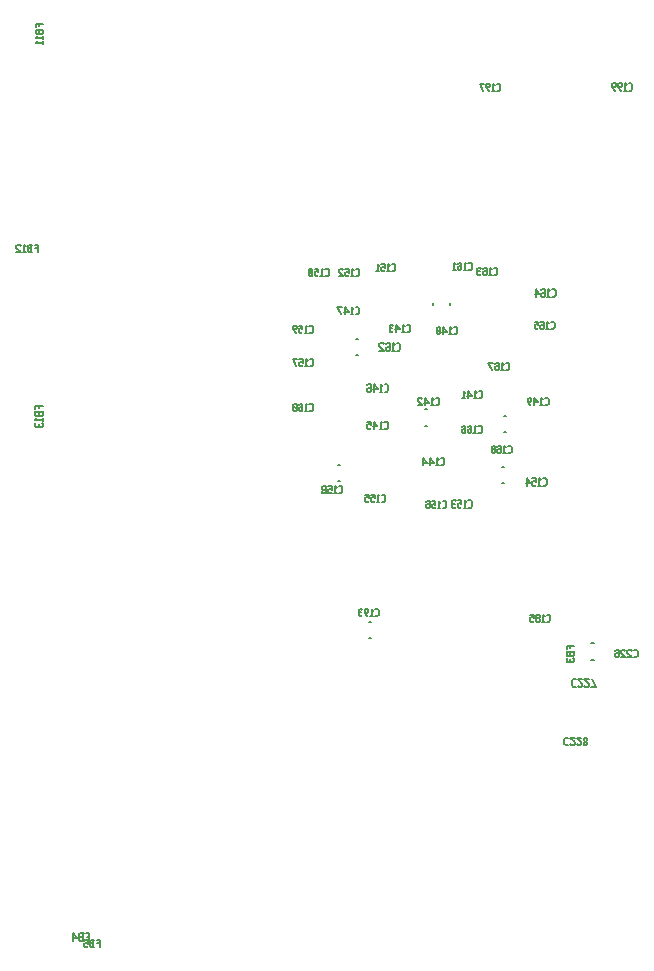
<source format=gbr>
G04 start of page 11 for group -4078 idx -4078 *
G04 Title: (unknown), bottomsilk *
G04 Creator: pcb 20140316 *
G04 CreationDate: Sat 17 May 2014 08:59:42 AM GMT UTC *
G04 For: pmonta *
G04 Format: Gerber/RS-274X *
G04 PCB-Dimensions (mil): 4200.00 3400.00 *
G04 PCB-Coordinate-Origin: lower left *
%MOIN*%
%FSLAX25Y25*%
%LNBOTTOMSILK*%
%ADD204C,0.0050*%
%ADD203C,0.0080*%
G54D203*X219324Y176555D02*X220110D01*
X219324Y171045D02*X220110D01*
X274007Y170445D02*X274793D01*
X274007Y175955D02*X274793D01*
X274633Y187445D02*X275419D01*
X274633Y192955D02*X275419D01*
X256755Y230519D02*Y229733D01*
X251245Y230519D02*Y229733D01*
X225324Y218555D02*X226110D01*
X225324Y213045D02*X226110D01*
X248333Y189645D02*X249119D01*
X248333Y195155D02*X249119D01*
X229807Y118745D02*X230593D01*
X229807Y124255D02*X230593D01*
X303907Y111645D02*X304693D01*
X303907Y117155D02*X304693D01*
G54D204*X118600Y196300D02*X121000D01*
X118600Y195100D02*Y196300D01*
X119680Y195400D02*Y196300D01*
X121000Y193180D02*Y194380D01*
Y193180D02*X120700Y192880D01*
X119980D02*X120700D01*
X119680Y193180D02*X119980Y192880D01*
X119680Y193180D02*Y194080D01*
X118600D02*X121000D01*
X118600Y193180D02*Y194380D01*
Y193180D02*X118900Y192880D01*
X119380D01*
X119680Y193180D02*X119380Y192880D01*
X119080Y192160D02*X118600Y191680D01*
X121000D01*
Y191260D02*Y192160D01*
X118900Y190540D02*X118600Y190240D01*
Y189640D02*Y190240D01*
Y189640D02*X118900Y189340D01*
X121000Y189640D02*X120700Y189340D01*
X121000Y189640D02*Y190240D01*
X120700Y190540D02*X121000Y190240D01*
X119680Y189640D02*Y190240D01*
X118900Y189340D02*X119380D01*
X119980D02*X120700D01*
X119980D02*X119680Y189640D01*
X119380Y189340D02*X119680Y189640D01*
X272400Y301274D02*X273180D01*
X273600Y301694D02*X273180Y301274D01*
X273600Y301694D02*Y303254D01*
X273180Y303674D01*
X272400D02*X273180D01*
X271680Y303194D02*X271200Y303674D01*
Y301274D02*Y303674D01*
X270780Y301274D02*X271680D01*
X269760D02*X268860Y302474D01*
Y303374D01*
X269160Y303674D02*X268860Y303374D01*
X269160Y303674D02*X269760D01*
X270060Y303374D02*X269760Y303674D01*
X270060Y302774D02*Y303374D01*
Y302774D02*X269760Y302474D01*
X268860D02*X269760D01*
X267840Y301274D02*X266640Y303674D01*
X268140D01*
X262928Y241474D02*X263708D01*
X264128Y241894D02*X263708Y241474D01*
X264128Y241894D02*Y243454D01*
X263708Y243874D01*
X262928D02*X263708D01*
X262208Y243394D02*X261728Y243874D01*
Y241474D02*Y243874D01*
X261308Y241474D02*X262208D01*
X259688Y243874D02*X259388Y243574D01*
X259688Y243874D02*X260288D01*
X260588Y243574D02*X260288Y243874D01*
X260588Y241774D02*Y243574D01*
Y241774D02*X260288Y241474D01*
X259688Y242794D02*X259388Y242494D01*
X259688Y242794D02*X260588D01*
X259688Y241474D02*X260288D01*
X259688D02*X259388Y241774D01*
Y242494D01*
X258668Y243394D02*X258188Y243874D01*
Y241474D02*Y243874D01*
X257768Y241474D02*X258668D01*
X118700Y323600D02*X121100D01*
X118700Y322400D02*Y323600D01*
X119780Y322700D02*Y323600D01*
X121100Y320480D02*Y321680D01*
Y320480D02*X120800Y320180D01*
X120080D02*X120800D01*
X119780Y320480D02*X120080Y320180D01*
X119780Y320480D02*Y321380D01*
X118700D02*X121100D01*
X118700Y320480D02*Y321680D01*
Y320480D02*X119000Y320180D01*
X119480D01*
X119780Y320480D02*X119480Y320180D01*
X119180Y319460D02*X118700Y318980D01*
X121100D01*
Y318560D02*Y319460D01*
X119180Y317840D02*X118700Y317360D01*
X121100D01*
Y316940D02*Y317840D01*
X119500Y247500D02*Y249900D01*
X118300D02*X119500D01*
X118600Y248820D02*X119500D01*
X116380Y247500D02*X117580D01*
X116380D02*X116080Y247800D01*
Y248520D01*
X116380Y248820D02*X116080Y248520D01*
X116380Y248820D02*X117280D01*
Y247500D02*Y249900D01*
X116380D02*X117580D01*
X116380D02*X116080Y249600D01*
Y249120D02*Y249600D01*
X116380Y248820D02*X116080Y249120D01*
X115360Y249420D02*X114880Y249900D01*
Y247500D02*Y249900D01*
X114460Y247500D02*X115360D01*
X113740Y249600D02*X113440Y249900D01*
X112540D02*X113440D01*
X112540D02*X112240Y249600D01*
Y249000D02*Y249600D01*
X113740Y247500D02*X112240Y249000D01*
Y247500D02*X113740D01*
X316400Y301352D02*X317180D01*
X317600Y301772D02*X317180Y301352D01*
X317600Y301772D02*Y303332D01*
X317180Y303752D01*
X316400D02*X317180D01*
X315680Y303272D02*X315200Y303752D01*
Y301352D02*Y303752D01*
X314780Y301352D02*X315680D01*
X313760D02*X312860Y302552D01*
Y303452D01*
X313160Y303752D02*X312860Y303452D01*
X313160Y303752D02*X313760D01*
X314060Y303452D02*X313760Y303752D01*
X314060Y302852D02*Y303452D01*
Y302852D02*X313760Y302552D01*
X312860D02*X313760D01*
X311840Y301352D02*X310940Y302552D01*
Y303452D01*
X311240Y303752D02*X310940Y303452D01*
X311240Y303752D02*X311840D01*
X312140Y303452D02*X311840Y303752D01*
X312140Y302852D02*Y303452D01*
Y302852D02*X311840Y302552D01*
X310940D02*X311840D01*
X290486Y221966D02*X291266D01*
X291686Y222386D02*X291266Y221966D01*
X291686Y222386D02*Y223946D01*
X291266Y224366D01*
X290486D02*X291266D01*
X289766Y223886D02*X289286Y224366D01*
Y221966D02*Y224366D01*
X288866Y221966D02*X289766D01*
X287246Y224366D02*X286946Y224066D01*
X287246Y224366D02*X287846D01*
X288146Y224066D02*X287846Y224366D01*
X288146Y222266D02*Y224066D01*
Y222266D02*X287846Y221966D01*
X287246Y223286D02*X286946Y222986D01*
X287246Y223286D02*X288146D01*
X287246Y221966D02*X287846D01*
X287246D02*X286946Y222266D01*
Y222986D01*
X285026Y224366D02*X286226D01*
Y223166D02*Y224366D01*
Y223166D02*X285926Y223466D01*
X285326D02*X285926D01*
X285326D02*X285026Y223166D01*
Y222266D02*Y223166D01*
X285326Y221966D02*X285026Y222266D01*
X285326Y221966D02*X285926D01*
X286226Y222266D02*X285926Y221966D01*
X288490Y196491D02*X289270D01*
X289690Y196911D02*X289270Y196491D01*
X289690Y196911D02*Y198471D01*
X289270Y198891D01*
X288490D02*X289270D01*
X287770Y198411D02*X287290Y198891D01*
Y196491D02*Y198891D01*
X286870Y196491D02*X287770D01*
X286150Y197391D02*X284950Y198891D01*
X284650Y197391D02*X286150D01*
X284950Y196491D02*Y198891D01*
X283630Y196491D02*X282730Y197691D01*
Y198591D01*
X283030Y198891D02*X282730Y198591D01*
X283030Y198891D02*X283630D01*
X283930Y198591D02*X283630Y198891D01*
X283930Y197991D02*Y198591D01*
Y197991D02*X283630Y197691D01*
X282730D02*X283630D01*
X271376Y239820D02*X272156D01*
X272576Y240240D02*X272156Y239820D01*
X272576Y240240D02*Y241800D01*
X272156Y242220D01*
X271376D02*X272156D01*
X270656Y241740D02*X270176Y242220D01*
Y239820D02*Y242220D01*
X269756Y239820D02*X270656D01*
X268136Y242220D02*X267836Y241920D01*
X268136Y242220D02*X268736D01*
X269036Y241920D02*X268736Y242220D01*
X269036Y240120D02*Y241920D01*
Y240120D02*X268736Y239820D01*
X268136Y241140D02*X267836Y240840D01*
X268136Y241140D02*X269036D01*
X268136Y239820D02*X268736D01*
X268136D02*X267836Y240120D01*
Y240840D01*
X267116Y241920D02*X266816Y242220D01*
X266216D02*X266816D01*
X266216D02*X265916Y241920D01*
X266216Y239820D02*X265916Y240120D01*
X266216Y239820D02*X266816D01*
X267116Y240120D02*X266816Y239820D01*
X266216Y241140D02*X266816D01*
X265916Y241440D02*Y241920D01*
Y240120D02*Y240840D01*
X266216Y241140D01*
X265916Y241440D02*X266216Y241140D01*
X290788Y232649D02*X291568D01*
X291988Y233069D02*X291568Y232649D01*
X291988Y233069D02*Y234629D01*
X291568Y235049D01*
X290788D02*X291568D01*
X290068Y234569D02*X289588Y235049D01*
Y232649D02*Y235049D01*
X289168Y232649D02*X290068D01*
X287548Y235049D02*X287248Y234749D01*
X287548Y235049D02*X288148D01*
X288448Y234749D02*X288148Y235049D01*
X288448Y232949D02*Y234749D01*
Y232949D02*X288148Y232649D01*
X287548Y233969D02*X287248Y233669D01*
X287548Y233969D02*X288448D01*
X287548Y232649D02*X288148D01*
X287548D02*X287248Y232949D01*
Y233669D01*
X286528Y233549D02*X285328Y235049D01*
X285028Y233549D02*X286528D01*
X285328Y232649D02*Y235049D01*
X266220Y187220D02*X267000D01*
X267420Y187640D02*X267000Y187220D01*
X267420Y187640D02*Y189200D01*
X267000Y189620D01*
X266220D02*X267000D01*
X265500Y189140D02*X265020Y189620D01*
Y187220D02*Y189620D01*
X264600Y187220D02*X265500D01*
X262980Y189620D02*X262680Y189320D01*
X262980Y189620D02*X263580D01*
X263880Y189320D02*X263580Y189620D01*
X263880Y187520D02*Y189320D01*
Y187520D02*X263580Y187220D01*
X262980Y188540D02*X262680Y188240D01*
X262980Y188540D02*X263880D01*
X262980Y187220D02*X263580D01*
X262980D02*X262680Y187520D01*
Y188240D01*
X261060Y189620D02*X260760Y189320D01*
X261060Y189620D02*X261660D01*
X261960Y189320D02*X261660Y189620D01*
X261960Y187520D02*Y189320D01*
Y187520D02*X261660Y187220D01*
X261060Y188540D02*X260760Y188240D01*
X261060Y188540D02*X261960D01*
X261060Y187220D02*X261660D01*
X261060D02*X260760Y187520D01*
Y188240D01*
X275382Y208076D02*X276162D01*
X276582Y208496D02*X276162Y208076D01*
X276582Y208496D02*Y210056D01*
X276162Y210476D01*
X275382D02*X276162D01*
X274662Y209996D02*X274182Y210476D01*
Y208076D02*Y210476D01*
X273762Y208076D02*X274662D01*
X272142Y210476D02*X271842Y210176D01*
X272142Y210476D02*X272742D01*
X273042Y210176D02*X272742Y210476D01*
X273042Y208376D02*Y210176D01*
Y208376D02*X272742Y208076D01*
X272142Y209396D02*X271842Y209096D01*
X272142Y209396D02*X273042D01*
X272142Y208076D02*X272742D01*
X272142D02*X271842Y208376D01*
Y209096D01*
X270822Y208076D02*X269622Y210476D01*
X271122D01*
X276162Y180599D02*X276942D01*
X277362Y181019D02*X276942Y180599D01*
X277362Y181019D02*Y182579D01*
X276942Y182999D01*
X276162D02*X276942D01*
X275442Y182519D02*X274962Y182999D01*
Y180599D02*Y182999D01*
X274542Y180599D02*X275442D01*
X272922Y182999D02*X272622Y182699D01*
X272922Y182999D02*X273522D01*
X273822Y182699D02*X273522Y182999D01*
X273822Y180899D02*Y182699D01*
Y180899D02*X273522Y180599D01*
X272922Y181919D02*X272622Y181619D01*
X272922Y181919D02*X273822D01*
X272922Y180599D02*X273522D01*
X272922D02*X272622Y180899D01*
Y181619D01*
X271902Y180899D02*X271602Y180599D01*
X271902Y180899D02*Y181379D01*
X271482Y181799D01*
X271122D02*X271482D01*
X271122D02*X270702Y181379D01*
Y180899D02*Y181379D01*
X271002Y180599D02*X270702Y180899D01*
X271002Y180599D02*X271602D01*
X271902Y182219D02*X271482Y181799D01*
X271902Y182219D02*Y182699D01*
X271602Y182999D01*
X271002D02*X271602D01*
X271002D02*X270702Y182699D01*
Y182219D02*Y182699D01*
X271122Y181799D02*X270702Y182219D01*
X287796Y169666D02*X288576D01*
X288996Y170086D02*X288576Y169666D01*
X288996Y170086D02*Y171646D01*
X288576Y172066D01*
X287796D02*X288576D01*
X287076Y171586D02*X286596Y172066D01*
Y169666D02*Y172066D01*
X286176Y169666D02*X287076D01*
X284256Y172066D02*X285456D01*
Y170866D02*Y172066D01*
Y170866D02*X285156Y171166D01*
X284556D02*X285156D01*
X284556D02*X284256Y170866D01*
Y169966D02*Y170866D01*
X284556Y169666D02*X284256Y169966D01*
X284556Y169666D02*X285156D01*
X285456Y169966D02*X285156Y169666D01*
X283536Y170566D02*X282336Y172066D01*
X282036Y170566D02*X283536D01*
X282336Y169666D02*Y172066D01*
X266379Y198763D02*X267159D01*
X267579Y199183D02*X267159Y198763D01*
X267579Y199183D02*Y200743D01*
X267159Y201163D01*
X266379D02*X267159D01*
X265659Y200683D02*X265179Y201163D01*
Y198763D02*Y201163D01*
X264759Y198763D02*X265659D01*
X264039Y199663D02*X262839Y201163D01*
X262539Y199663D02*X264039D01*
X262839Y198763D02*Y201163D01*
X261819Y200683D02*X261339Y201163D01*
Y198763D02*Y201163D01*
X260919Y198763D02*X261819D01*
X289052Y124292D02*X289832D01*
X290252Y124712D02*X289832Y124292D01*
X290252Y124712D02*Y126272D01*
X289832Y126692D01*
X289052D02*X289832D01*
X288332Y126212D02*X287852Y126692D01*
Y124292D02*Y126692D01*
X287432Y124292D02*X288332D01*
X286712Y124592D02*X286412Y124292D01*
X286712Y124592D02*Y125072D01*
X286292Y125492D01*
X285932D02*X286292D01*
X285932D02*X285512Y125072D01*
Y124592D02*Y125072D01*
X285812Y124292D02*X285512Y124592D01*
X285812Y124292D02*X286412D01*
X286712Y125912D02*X286292Y125492D01*
X286712Y125912D02*Y126392D01*
X286412Y126692D01*
X285812D02*X286412D01*
X285812D02*X285512Y126392D01*
Y125912D02*Y126392D01*
X285932Y125492D02*X285512Y125912D01*
X283592Y126692D02*X284792D01*
Y125492D02*Y126692D01*
Y125492D02*X284492Y125792D01*
X283892D02*X284492D01*
X283892D02*X283592Y125492D01*
Y124592D02*Y125492D01*
X283892Y124292D02*X283592Y124592D01*
X283892Y124292D02*X284492D01*
X284792Y124592D02*X284492Y124292D01*
X295370Y85550D02*X296150D01*
X294950Y85130D02*X295370Y85550D01*
X294950Y83570D02*Y85130D01*
Y83570D02*X295370Y83150D01*
X296150D01*
X296870Y83450D02*X297170Y83150D01*
X298070D01*
X298370Y83450D01*
Y84050D01*
X296870Y85550D02*X298370Y84050D01*
X296870Y85550D02*X298370D01*
X299090Y83450D02*X299390Y83150D01*
X300290D01*
X300590Y83450D01*
Y84050D01*
X299090Y85550D02*X300590Y84050D01*
X299090Y85550D02*X300590D01*
X301310Y85250D02*X301610Y85550D01*
X301310Y84770D02*Y85250D01*
Y84770D02*X301730Y84350D01*
X302090D01*
X302510Y84770D01*
Y85250D01*
X302210Y85550D02*X302510Y85250D01*
X301610Y85550D02*X302210D01*
X301310Y83930D02*X301730Y84350D01*
X301310Y83450D02*Y83930D01*
Y83450D02*X301610Y83150D01*
X302210D01*
X302510Y83450D01*
Y83930D01*
X302090Y84350D02*X302510Y83930D01*
X297870Y105050D02*X298650D01*
X297450Y104630D02*X297870Y105050D01*
X297450Y103070D02*Y104630D01*
Y103070D02*X297870Y102650D01*
X298650D01*
X299370Y102950D02*X299670Y102650D01*
X300570D01*
X300870Y102950D01*
Y103550D01*
X299370Y105050D02*X300870Y103550D01*
X299370Y105050D02*X300870D01*
X301590Y102950D02*X301890Y102650D01*
X302790D01*
X303090Y102950D01*
Y103550D01*
X301590Y105050D02*X303090Y103550D01*
X301590Y105050D02*X303090D01*
X304110D02*X305310Y102650D01*
X303810D02*X305310D01*
X318159Y112400D02*X318939D01*
X319359Y112820D02*X318939Y112400D01*
X319359Y112820D02*Y114380D01*
X318939Y114800D01*
X318159D02*X318939D01*
X317439Y114500D02*X317139Y114800D01*
X316239D02*X317139D01*
X316239D02*X315939Y114500D01*
Y113900D02*Y114500D01*
X317439Y112400D02*X315939Y113900D01*
Y112400D02*X317439D01*
X315219Y114500D02*X314919Y114800D01*
X314019D02*X314919D01*
X314019D02*X313719Y114500D01*
Y113900D02*Y114500D01*
X315219Y112400D02*X313719Y113900D01*
Y112400D02*X315219D01*
X312099Y114800D02*X311799Y114500D01*
X312099Y114800D02*X312699D01*
X312999Y114500D02*X312699Y114800D01*
X312999Y112700D02*Y114500D01*
Y112700D02*X312699Y112400D01*
X312099Y113720D02*X311799Y113420D01*
X312099Y113720D02*X312999D01*
X312099Y112400D02*X312699D01*
X312099D02*X311799Y112700D01*
Y113420D01*
X295650Y116350D02*X298050D01*
X295650Y115150D02*Y116350D01*
X296730Y115450D02*Y116350D01*
X298050Y113230D02*Y114430D01*
Y113230D02*X297750Y112930D01*
X297030D02*X297750D01*
X296730Y113230D02*X297030Y112930D01*
X296730Y113230D02*Y114130D01*
X295650D02*X298050D01*
X295650Y113230D02*Y114430D01*
Y113230D02*X295950Y112930D01*
X296430D01*
X296730Y113230D02*X296430Y112930D01*
X295950Y112210D02*X295650Y111910D01*
Y111310D02*Y111910D01*
Y111310D02*X295950Y111010D01*
X298050Y111310D02*X297750Y111010D01*
X298050Y111310D02*Y111910D01*
X297750Y112210D02*X298050Y111910D01*
X296730Y111310D02*Y111910D01*
X295950Y111010D02*X296430D01*
X297030D02*X297750D01*
X297030D02*X296730Y111310D01*
X296430Y111010D02*X296730Y111310D01*
X219721Y167062D02*X220501D01*
X220921Y167482D02*X220501Y167062D01*
X220921Y167482D02*Y169042D01*
X220501Y169462D01*
X219721D02*X220501D01*
X219001Y168982D02*X218521Y169462D01*
Y167062D02*Y169462D01*
X218101Y167062D02*X219001D01*
X216181Y169462D02*X217381D01*
Y168262D02*Y169462D01*
Y168262D02*X217081Y168562D01*
X216481D02*X217081D01*
X216481D02*X216181Y168262D01*
Y167362D02*Y168262D01*
X216481Y167062D02*X216181Y167362D01*
X216481Y167062D02*X217081D01*
X217381Y167362D02*X217081Y167062D01*
X215461Y167362D02*X215161Y167062D01*
X215461Y167362D02*Y167842D01*
X215041Y168262D01*
X214681D02*X215041D01*
X214681D02*X214261Y167842D01*
Y167362D02*Y167842D01*
X214561Y167062D02*X214261Y167362D01*
X214561Y167062D02*X215161D01*
X215461Y168682D02*X215041Y168262D01*
X215461Y168682D02*Y169162D01*
X215161Y169462D01*
X214561D02*X215161D01*
X214561D02*X214261Y169162D01*
Y168682D02*Y169162D01*
X214681Y168262D02*X214261Y168682D01*
X262919Y162336D02*X263699D01*
X264119Y162756D02*X263699Y162336D01*
X264119Y162756D02*Y164316D01*
X263699Y164736D01*
X262919D02*X263699D01*
X262199Y164256D02*X261719Y164736D01*
Y162336D02*Y164736D01*
X261299Y162336D02*X262199D01*
X259379Y164736D02*X260579D01*
Y163536D02*Y164736D01*
Y163536D02*X260279Y163836D01*
X259679D02*X260279D01*
X259679D02*X259379Y163536D01*
Y162636D02*Y163536D01*
X259679Y162336D02*X259379Y162636D01*
X259679Y162336D02*X260279D01*
X260579Y162636D02*X260279Y162336D01*
X258659Y164436D02*X258359Y164736D01*
X257759D02*X258359D01*
X257759D02*X257459Y164436D01*
X257759Y162336D02*X257459Y162636D01*
X257759Y162336D02*X258359D01*
X258659Y162636D02*X258359Y162336D01*
X257759Y163656D02*X258359D01*
X257459Y163956D02*Y164436D01*
Y162636D02*Y163356D01*
X257759Y163656D01*
X257459Y163956D02*X257759Y163656D01*
X234014Y164242D02*X234794D01*
X235214Y164662D02*X234794Y164242D01*
X235214Y164662D02*Y166222D01*
X234794Y166642D01*
X234014D02*X234794D01*
X233294Y166162D02*X232814Y166642D01*
Y164242D02*Y166642D01*
X232394Y164242D02*X233294D01*
X230474Y166642D02*X231674D01*
Y165442D02*Y166642D01*
Y165442D02*X231374Y165742D01*
X230774D02*X231374D01*
X230774D02*X230474Y165442D01*
Y164542D02*Y165442D01*
X230774Y164242D02*X230474Y164542D01*
X230774Y164242D02*X231374D01*
X231674Y164542D02*X231374Y164242D01*
X228554Y166642D02*X229754D01*
Y165442D02*Y166642D01*
Y165442D02*X229454Y165742D01*
X228854D02*X229454D01*
X228854D02*X228554Y165442D01*
Y164542D02*Y165442D01*
X228854Y164242D02*X228554Y164542D01*
X228854Y164242D02*X229454D01*
X229754Y164542D02*X229454Y164242D01*
X231843Y126113D02*X232623D01*
X233043Y126533D02*X232623Y126113D01*
X233043Y126533D02*Y128093D01*
X232623Y128513D01*
X231843D02*X232623D01*
X231123Y128033D02*X230643Y128513D01*
Y126113D02*Y128513D01*
X230223Y126113D02*X231123D01*
X229203D02*X228303Y127313D01*
Y128213D01*
X228603Y128513D02*X228303Y128213D01*
X228603Y128513D02*X229203D01*
X229503Y128213D02*X229203Y128513D01*
X229503Y127613D02*Y128213D01*
Y127613D02*X229203Y127313D01*
X228303D02*X229203D01*
X227583Y128213D02*X227283Y128513D01*
X226683D02*X227283D01*
X226683D02*X226383Y128213D01*
X226683Y126113D02*X226383Y126413D01*
X226683Y126113D02*X227283D01*
X227583Y126413D02*X227283Y126113D01*
X226683Y127433D02*X227283D01*
X226383Y127733D02*Y128213D01*
Y126413D02*Y127133D01*
X226683Y127433D01*
X226383Y127733D02*X226683Y127433D01*
X254301Y162082D02*X255081D01*
X255501Y162502D02*X255081Y162082D01*
X255501Y162502D02*Y164062D01*
X255081Y164482D01*
X254301D02*X255081D01*
X253581Y164002D02*X253101Y164482D01*
Y162082D02*Y164482D01*
X252681Y162082D02*X253581D01*
X250761Y164482D02*X251961D01*
Y163282D02*Y164482D01*
Y163282D02*X251661Y163582D01*
X251061D02*X251661D01*
X251061D02*X250761Y163282D01*
Y162382D02*Y163282D01*
X251061Y162082D02*X250761Y162382D01*
X251061Y162082D02*X251661D01*
X251961Y162382D02*X251661Y162082D01*
X249141Y164482D02*X248841Y164182D01*
X249141Y164482D02*X249741D01*
X250041Y164182D02*X249741Y164482D01*
X250041Y162382D02*Y164182D01*
Y162382D02*X249741Y162082D01*
X249141Y163402D02*X248841Y163102D01*
X249141Y163402D02*X250041D01*
X249141Y162082D02*X249741D01*
X249141D02*X248841Y162382D01*
Y163102D01*
X253723Y176400D02*X254503D01*
X254923Y176820D02*X254503Y176400D01*
X254923Y176820D02*Y178380D01*
X254503Y178800D01*
X253723D02*X254503D01*
X253003Y178320D02*X252523Y178800D01*
Y176400D02*Y178800D01*
X252103Y176400D02*X253003D01*
X251383Y177300D02*X250183Y178800D01*
X249883Y177300D02*X251383D01*
X250183Y176400D02*Y178800D01*
X249163Y177300D02*X247963Y178800D01*
X247663Y177300D02*X249163D01*
X247963Y176400D02*Y178800D01*
X210069Y209404D02*X210849D01*
X211269Y209824D02*X210849Y209404D01*
X211269Y209824D02*Y211384D01*
X210849Y211804D01*
X210069D02*X210849D01*
X209349Y211324D02*X208869Y211804D01*
Y209404D02*Y211804D01*
X208449Y209404D02*X209349D01*
X206529Y211804D02*X207729D01*
Y210604D02*Y211804D01*
Y210604D02*X207429Y210904D01*
X206829D02*X207429D01*
X206829D02*X206529Y210604D01*
Y209704D02*Y210604D01*
X206829Y209404D02*X206529Y209704D01*
X206829Y209404D02*X207429D01*
X207729Y209704D02*X207429Y209404D01*
X205509D02*X204309Y211804D01*
X205809D01*
X209923Y220604D02*X210703D01*
X211123Y221024D02*X210703Y220604D01*
X211123Y221024D02*Y222584D01*
X210703Y223004D01*
X209923D02*X210703D01*
X209203Y222524D02*X208723Y223004D01*
Y220604D02*Y223004D01*
X208303Y220604D02*X209203D01*
X206383Y223004D02*X207583D01*
Y221804D02*Y223004D01*
Y221804D02*X207283Y222104D01*
X206683D02*X207283D01*
X206683D02*X206383Y221804D01*
Y220904D02*Y221804D01*
X206683Y220604D02*X206383Y220904D01*
X206683Y220604D02*X207283D01*
X207583Y220904D02*X207283Y220604D01*
X205363D02*X204463Y221804D01*
Y222704D01*
X204763Y223004D02*X204463Y222704D01*
X204763Y223004D02*X205363D01*
X205663Y222704D02*X205363Y223004D01*
X205663Y222104D02*Y222704D01*
Y222104D02*X205363Y221804D01*
X204463D02*X205363D01*
X209945Y194463D02*X210725D01*
X211145Y194883D02*X210725Y194463D01*
X211145Y194883D02*Y196443D01*
X210725Y196863D01*
X209945D02*X210725D01*
X209225Y196383D02*X208745Y196863D01*
Y194463D02*Y196863D01*
X208325Y194463D02*X209225D01*
X206705Y196863D02*X206405Y196563D01*
X206705Y196863D02*X207305D01*
X207605Y196563D02*X207305Y196863D01*
X207605Y194763D02*Y196563D01*
Y194763D02*X207305Y194463D01*
X206705Y195783D02*X206405Y195483D01*
X206705Y195783D02*X207605D01*
X206705Y194463D02*X207305D01*
X206705D02*X206405Y194763D01*
Y195483D01*
X205685Y194763D02*X205385Y194463D01*
X205685Y194763D02*Y196563D01*
X205385Y196863D01*
X204785D02*X205385D01*
X204785D02*X204485Y196563D01*
Y194763D02*Y196563D01*
X204785Y194463D02*X204485Y194763D01*
X204785Y194463D02*X205385D01*
X205685Y195063D02*X204485Y196263D01*
X258091Y220069D02*X258871D01*
X259291Y220489D02*X258871Y220069D01*
X259291Y220489D02*Y222049D01*
X258871Y222469D01*
X258091D02*X258871D01*
X257371Y221989D02*X256891Y222469D01*
Y220069D02*Y222469D01*
X256471Y220069D02*X257371D01*
X255751Y220969D02*X254551Y222469D01*
X254251Y220969D02*X255751D01*
X254551Y220069D02*Y222469D01*
X253531Y220369D02*X253231Y220069D01*
X253531Y220369D02*Y220849D01*
X253111Y221269D01*
X252751D02*X253111D01*
X252751D02*X252331Y220849D01*
Y220369D02*Y220849D01*
X252631Y220069D02*X252331Y220369D01*
X252631Y220069D02*X253231D01*
X253531Y221689D02*X253111Y221269D01*
X253531Y221689D02*Y222169D01*
X253231Y222469D01*
X252631D02*X253231D01*
X252631D02*X252331Y222169D01*
Y221689D02*Y222169D01*
X252751Y221269D02*X252331Y221689D01*
X252054Y196407D02*X252834D01*
X253254Y196827D02*X252834Y196407D01*
X253254Y196827D02*Y198387D01*
X252834Y198807D01*
X252054D02*X252834D01*
X251334Y198327D02*X250854Y198807D01*
Y196407D02*Y198807D01*
X250434Y196407D02*X251334D01*
X249714Y197307D02*X248514Y198807D01*
X248214Y197307D02*X249714D01*
X248514Y196407D02*Y198807D01*
X247494Y198507D02*X247194Y198807D01*
X246294D02*X247194D01*
X246294D02*X245994Y198507D01*
Y197907D02*Y198507D01*
X247494Y196407D02*X245994Y197907D01*
Y196407D02*X247494D01*
X215211Y239600D02*X215991D01*
X216411Y240020D02*X215991Y239600D01*
X216411Y240020D02*Y241580D01*
X215991Y242000D01*
X215211D02*X215991D01*
X214491Y241520D02*X214011Y242000D01*
Y239600D02*Y242000D01*
X213591Y239600D02*X214491D01*
X211671Y242000D02*X212871D01*
Y240800D02*Y242000D01*
Y240800D02*X212571Y241100D01*
X211971D02*X212571D01*
X211971D02*X211671Y240800D01*
Y239900D02*Y240800D01*
X211971Y239600D02*X211671Y239900D01*
X211971Y239600D02*X212571D01*
X212871Y239900D02*X212571Y239600D01*
X210951Y239900D02*X210651Y239600D01*
X210951Y239900D02*Y241700D01*
X210651Y242000D01*
X210051D02*X210651D01*
X210051D02*X209751Y241700D01*
Y239900D02*Y241700D01*
X210051Y239600D02*X209751Y239900D01*
X210051Y239600D02*X210651D01*
X210951Y240200D02*X209751Y241400D01*
X237377Y241074D02*X238157D01*
X238577Y241494D02*X238157Y241074D01*
X238577Y241494D02*Y243054D01*
X238157Y243474D01*
X237377D02*X238157D01*
X236657Y242994D02*X236177Y243474D01*
Y241074D02*Y243474D01*
X235757Y241074D02*X236657D01*
X233837Y243474D02*X235037D01*
Y242274D02*Y243474D01*
Y242274D02*X234737Y242574D01*
X234137D02*X234737D01*
X234137D02*X233837Y242274D01*
Y241374D02*Y242274D01*
X234137Y241074D02*X233837Y241374D01*
X234137Y241074D02*X234737D01*
X235037Y241374D02*X234737Y241074D01*
X233117Y242994D02*X232637Y243474D01*
Y241074D02*Y243474D01*
X232217Y241074D02*X233117D01*
X234933Y188536D02*X235713D01*
X236133Y188956D02*X235713Y188536D01*
X236133Y188956D02*Y190516D01*
X235713Y190936D01*
X234933D02*X235713D01*
X234213Y190456D02*X233733Y190936D01*
Y188536D02*Y190936D01*
X233313Y188536D02*X234213D01*
X232593Y189436D02*X231393Y190936D01*
X231093Y189436D02*X232593D01*
X231393Y188536D02*Y190936D01*
X229173D02*X230373D01*
Y189736D02*Y190936D01*
Y189736D02*X230073Y190036D01*
X229473D02*X230073D01*
X229473D02*X229173Y189736D01*
Y188836D02*Y189736D01*
X229473Y188536D02*X229173Y188836D01*
X229473Y188536D02*X230073D01*
X230373Y188836D02*X230073Y188536D01*
X235013Y200997D02*X235793D01*
X236213Y201417D02*X235793Y200997D01*
X236213Y201417D02*Y202977D01*
X235793Y203397D01*
X235013D02*X235793D01*
X234293Y202917D02*X233813Y203397D01*
Y200997D02*Y203397D01*
X233393Y200997D02*X234293D01*
X232673Y201897D02*X231473Y203397D01*
X231173Y201897D02*X232673D01*
X231473Y200997D02*Y203397D01*
X229553D02*X229253Y203097D01*
X229553Y203397D02*X230153D01*
X230453Y203097D02*X230153Y203397D01*
X230453Y201297D02*Y203097D01*
Y201297D02*X230153Y200997D01*
X229553Y202317D02*X229253Y202017D01*
X229553Y202317D02*X230453D01*
X229553Y200997D02*X230153D01*
X229553D02*X229253Y201297D01*
Y202017D01*
X239056Y214670D02*X239836D01*
X240256Y215090D02*X239836Y214670D01*
X240256Y215090D02*Y216650D01*
X239836Y217070D01*
X239056D02*X239836D01*
X238336Y216590D02*X237856Y217070D01*
Y214670D02*Y217070D01*
X237436Y214670D02*X238336D01*
X235816Y217070D02*X235516Y216770D01*
X235816Y217070D02*X236416D01*
X236716Y216770D02*X236416Y217070D01*
X236716Y214970D02*Y216770D01*
Y214970D02*X236416Y214670D01*
X235816Y215990D02*X235516Y215690D01*
X235816Y215990D02*X236716D01*
X235816Y214670D02*X236416D01*
X235816D02*X235516Y214970D01*
Y215690D01*
X234796Y216770D02*X234496Y217070D01*
X233596D02*X234496D01*
X233596D02*X233296Y216770D01*
Y216170D02*Y216770D01*
X234796Y214670D02*X233296Y216170D01*
Y214670D02*X234796D01*
X242398Y220850D02*X243178D01*
X243598Y221270D02*X243178Y220850D01*
X243598Y221270D02*Y222830D01*
X243178Y223250D01*
X242398D02*X243178D01*
X241678Y222770D02*X241198Y223250D01*
Y220850D02*Y223250D01*
X240778Y220850D02*X241678D01*
X240058Y221750D02*X238858Y223250D01*
X238558Y221750D02*X240058D01*
X238858Y220850D02*Y223250D01*
X237838Y222950D02*X237538Y223250D01*
X236938D02*X237538D01*
X236938D02*X236638Y222950D01*
X236938Y220850D02*X236638Y221150D01*
X236938Y220850D02*X237538D01*
X237838Y221150D02*X237538Y220850D01*
X236938Y222170D02*X237538D01*
X236638Y222470D02*Y222950D01*
Y221150D02*Y221870D01*
X236938Y222170D01*
X236638Y222470D02*X236938Y222170D01*
X225428Y239491D02*X226208D01*
X226628Y239911D02*X226208Y239491D01*
X226628Y239911D02*Y241471D01*
X226208Y241891D01*
X225428D02*X226208D01*
X224708Y241411D02*X224228Y241891D01*
Y239491D02*Y241891D01*
X223808Y239491D02*X224708D01*
X221888Y241891D02*X223088D01*
Y240691D02*Y241891D01*
Y240691D02*X222788Y240991D01*
X222188D02*X222788D01*
X222188D02*X221888Y240691D01*
Y239791D02*Y240691D01*
X222188Y239491D02*X221888Y239791D01*
X222188Y239491D02*X222788D01*
X223088Y239791D02*X222788Y239491D01*
X221168Y241591D02*X220868Y241891D01*
X219968D02*X220868D01*
X219968D02*X219668Y241591D01*
Y240991D02*Y241591D01*
X221168Y239491D02*X219668Y240991D01*
Y239491D02*X221168D01*
X225335Y226710D02*X226115D01*
X226535Y227130D02*X226115Y226710D01*
X226535Y227130D02*Y228690D01*
X226115Y229110D01*
X225335D02*X226115D01*
X224615Y228630D02*X224135Y229110D01*
Y226710D02*Y229110D01*
X223715Y226710D02*X224615D01*
X222995Y227610D02*X221795Y229110D01*
X221495Y227610D02*X222995D01*
X221795Y226710D02*Y229110D01*
X220475Y226710D02*X219275Y229110D01*
X220775D01*
X136626Y18026D02*Y20426D01*
X135426D02*X136626D01*
X135726Y19346D02*X136626D01*
X133506Y18026D02*X134706D01*
X133506D02*X133206Y18326D01*
Y19046D01*
X133506Y19346D02*X133206Y19046D01*
X133506Y19346D02*X134406D01*
Y18026D02*Y20426D01*
X133506D02*X134706D01*
X133506D02*X133206Y20126D01*
Y19646D02*Y20126D01*
X133506Y19346D02*X133206Y19646D01*
X132486Y18926D02*X131286Y20426D01*
X130986Y18926D02*X132486D01*
X131286Y18026D02*Y20426D01*
X140178Y15826D02*Y18226D01*
X138978D02*X140178D01*
X139278Y17146D02*X140178D01*
X137058Y15826D02*X138258D01*
X137058D02*X136758Y16126D01*
Y16846D01*
X137058Y17146D02*X136758Y16846D01*
X137058Y17146D02*X137958D01*
Y15826D02*Y18226D01*
X137058D02*X138258D01*
X137058D02*X136758Y17926D01*
Y17446D02*Y17926D01*
X137058Y17146D02*X136758Y17446D01*
X134838Y18226D02*X136038D01*
Y17026D02*Y18226D01*
Y17026D02*X135738Y17326D01*
X135138D02*X135738D01*
X135138D02*X134838Y17026D01*
Y16126D02*Y17026D01*
X135138Y15826D02*X134838Y16126D01*
X135138Y15826D02*X135738D01*
X136038Y16126D02*X135738Y15826D01*
M02*

</source>
